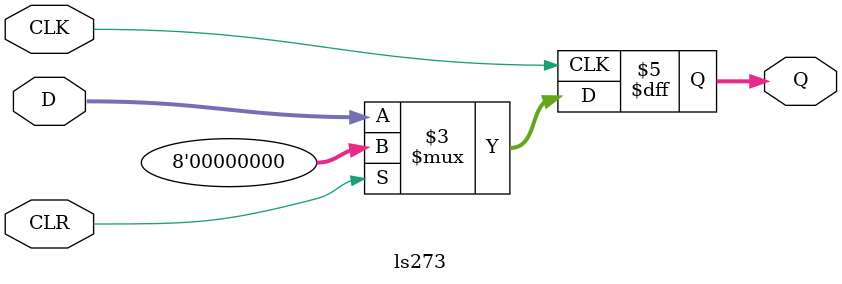
<source format=v>
`timescale 1ns / 1ps
module ls273(
        input wire CLK,
        input wire CLR,
        input wire [7:0] D,
        output reg [7:0] Q
    );

	always @(posedge CLK) begin
		if (CLR)
			Q = 8'b0;
		else
			Q = D;
	end
	
endmodule

</source>
